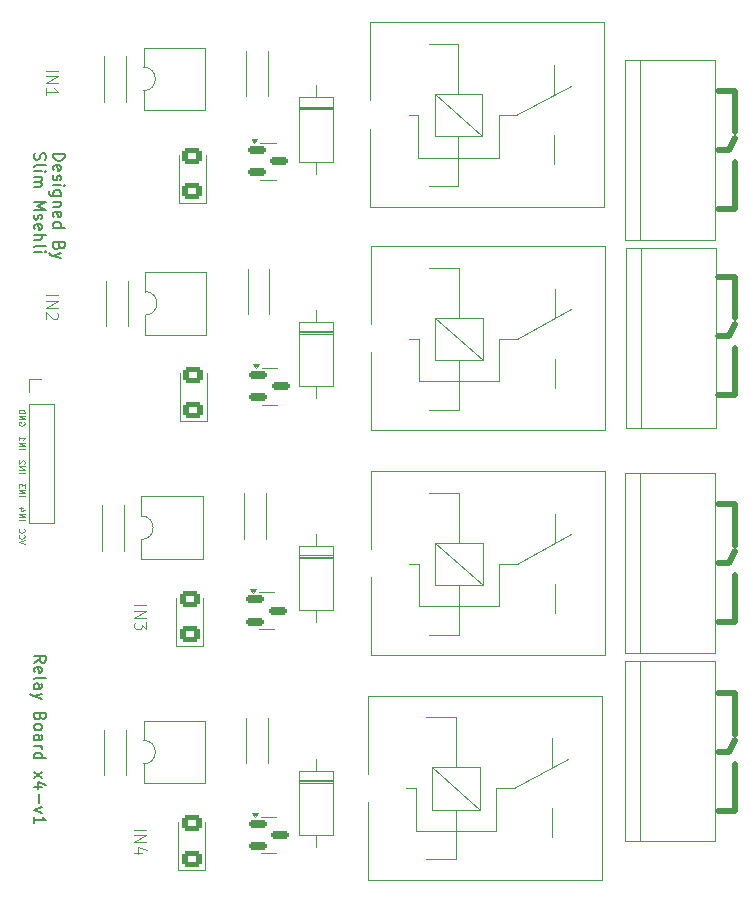
<source format=gto>
G04 #@! TF.GenerationSoftware,KiCad,Pcbnew,8.0.6*
G04 #@! TF.CreationDate,2025-05-08T21:35:26+02:00*
G04 #@! TF.ProjectId,Relay_board,52656c61-795f-4626-9f61-72642e6b6963,rev?*
G04 #@! TF.SameCoordinates,Original*
G04 #@! TF.FileFunction,Legend,Top*
G04 #@! TF.FilePolarity,Positive*
%FSLAX46Y46*%
G04 Gerber Fmt 4.6, Leading zero omitted, Abs format (unit mm)*
G04 Created by KiCad (PCBNEW 8.0.6) date 2025-05-08 21:35:26*
%MOMM*%
%LPD*%
G01*
G04 APERTURE LIST*
G04 Aperture macros list*
%AMRoundRect*
0 Rectangle with rounded corners*
0 $1 Rounding radius*
0 $2 $3 $4 $5 $6 $7 $8 $9 X,Y pos of 4 corners*
0 Add a 4 corners polygon primitive as box body*
4,1,4,$2,$3,$4,$5,$6,$7,$8,$9,$2,$3,0*
0 Add four circle primitives for the rounded corners*
1,1,$1+$1,$2,$3*
1,1,$1+$1,$4,$5*
1,1,$1+$1,$6,$7*
1,1,$1+$1,$8,$9*
0 Add four rect primitives between the rounded corners*
20,1,$1+$1,$2,$3,$4,$5,0*
20,1,$1+$1,$4,$5,$6,$7,0*
20,1,$1+$1,$6,$7,$8,$9,0*
20,1,$1+$1,$8,$9,$2,$3,0*%
G04 Aperture macros list end*
%ADD10C,0.500000*%
%ADD11C,0.100000*%
%ADD12C,0.150000*%
%ADD13C,0.120000*%
%ADD14C,1.400000*%
%ADD15O,1.400000X1.400000*%
%ADD16RoundRect,0.250001X0.624999X-0.462499X0.624999X0.462499X-0.624999X0.462499X-0.624999X-0.462499X0*%
%ADD17R,3.000000X3.000000*%
%ADD18C,3.000000*%
%ADD19RoundRect,0.150000X-0.587500X-0.150000X0.587500X-0.150000X0.587500X0.150000X-0.587500X0.150000X0*%
%ADD20R,1.600000X1.600000*%
%ADD21O,1.600000X1.600000*%
%ADD22C,2.500000*%
%ADD23R,2.200000X2.200000*%
%ADD24O,2.200000X2.200000*%
%ADD25R,1.350000X1.350000*%
%ADD26O,1.350000X1.350000*%
G04 APERTURE END LIST*
D10*
X164000000Y-71000000D02*
X165500000Y-71000000D01*
X165500000Y-112000000D02*
X165500000Y-115500000D01*
X165500000Y-71000000D02*
X165500000Y-67000000D01*
X164000000Y-61000000D02*
X165500000Y-61000000D01*
X165000000Y-101000000D02*
X165500000Y-100000000D01*
X164000000Y-81750000D02*
X165000000Y-81750000D01*
X165000000Y-66000000D02*
X165500000Y-65000000D01*
X164000000Y-101000000D02*
X165000000Y-101000000D01*
X164000000Y-86750000D02*
X165500000Y-86750000D01*
X165500000Y-106000000D02*
X165500000Y-102000000D01*
X164000000Y-96000000D02*
X165500000Y-96000000D01*
X164000000Y-76750000D02*
X165500000Y-76750000D01*
X164000000Y-112000000D02*
X165500000Y-112000000D01*
X165500000Y-96000000D02*
X165500000Y-99500000D01*
X165000000Y-117000000D02*
X165500000Y-116000000D01*
X165500000Y-61000000D02*
X165500000Y-64500000D01*
X164000000Y-106000000D02*
X165500000Y-106000000D01*
X165500000Y-86750000D02*
X165500000Y-82750000D01*
X164000000Y-122000000D02*
X165500000Y-122000000D01*
X164000000Y-117000000D02*
X165000000Y-117000000D01*
X165500000Y-76750000D02*
X165500000Y-80250000D01*
X165000000Y-81750000D02*
X165500000Y-80750000D01*
X164000000Y-66000000D02*
X165000000Y-66000000D01*
X165500000Y-122000000D02*
X165500000Y-118000000D01*
D11*
X104816390Y-97315163D02*
X105316390Y-97315163D01*
X104816390Y-97077068D02*
X105316390Y-97077068D01*
X105316390Y-97077068D02*
X104816390Y-96791354D01*
X104816390Y-96791354D02*
X105316390Y-96791354D01*
X105149723Y-96338972D02*
X104816390Y-96338972D01*
X105340200Y-96458020D02*
X104983057Y-96577067D01*
X104983057Y-96577067D02*
X104983057Y-96267544D01*
X104816390Y-93315163D02*
X105316390Y-93315163D01*
X104816390Y-93077068D02*
X105316390Y-93077068D01*
X105316390Y-93077068D02*
X104816390Y-92791354D01*
X104816390Y-92791354D02*
X105316390Y-92791354D01*
X105268771Y-92577067D02*
X105292580Y-92553258D01*
X105292580Y-92553258D02*
X105316390Y-92505639D01*
X105316390Y-92505639D02*
X105316390Y-92386591D01*
X105316390Y-92386591D02*
X105292580Y-92338972D01*
X105292580Y-92338972D02*
X105268771Y-92315163D01*
X105268771Y-92315163D02*
X105221152Y-92291353D01*
X105221152Y-92291353D02*
X105173533Y-92291353D01*
X105173533Y-92291353D02*
X105102104Y-92315163D01*
X105102104Y-92315163D02*
X104816390Y-92600877D01*
X104816390Y-92600877D02*
X104816390Y-92291353D01*
D12*
X106130180Y-109408207D02*
X106606371Y-109074874D01*
X106130180Y-108836779D02*
X107130180Y-108836779D01*
X107130180Y-108836779D02*
X107130180Y-109217731D01*
X107130180Y-109217731D02*
X107082561Y-109312969D01*
X107082561Y-109312969D02*
X107034942Y-109360588D01*
X107034942Y-109360588D02*
X106939704Y-109408207D01*
X106939704Y-109408207D02*
X106796847Y-109408207D01*
X106796847Y-109408207D02*
X106701609Y-109360588D01*
X106701609Y-109360588D02*
X106653990Y-109312969D01*
X106653990Y-109312969D02*
X106606371Y-109217731D01*
X106606371Y-109217731D02*
X106606371Y-108836779D01*
X106177800Y-110217731D02*
X106130180Y-110122493D01*
X106130180Y-110122493D02*
X106130180Y-109932017D01*
X106130180Y-109932017D02*
X106177800Y-109836779D01*
X106177800Y-109836779D02*
X106273038Y-109789160D01*
X106273038Y-109789160D02*
X106653990Y-109789160D01*
X106653990Y-109789160D02*
X106749228Y-109836779D01*
X106749228Y-109836779D02*
X106796847Y-109932017D01*
X106796847Y-109932017D02*
X106796847Y-110122493D01*
X106796847Y-110122493D02*
X106749228Y-110217731D01*
X106749228Y-110217731D02*
X106653990Y-110265350D01*
X106653990Y-110265350D02*
X106558752Y-110265350D01*
X106558752Y-110265350D02*
X106463514Y-109789160D01*
X106130180Y-110836779D02*
X106177800Y-110741541D01*
X106177800Y-110741541D02*
X106273038Y-110693922D01*
X106273038Y-110693922D02*
X107130180Y-110693922D01*
X106130180Y-111646303D02*
X106653990Y-111646303D01*
X106653990Y-111646303D02*
X106749228Y-111598684D01*
X106749228Y-111598684D02*
X106796847Y-111503446D01*
X106796847Y-111503446D02*
X106796847Y-111312970D01*
X106796847Y-111312970D02*
X106749228Y-111217732D01*
X106177800Y-111646303D02*
X106130180Y-111551065D01*
X106130180Y-111551065D02*
X106130180Y-111312970D01*
X106130180Y-111312970D02*
X106177800Y-111217732D01*
X106177800Y-111217732D02*
X106273038Y-111170113D01*
X106273038Y-111170113D02*
X106368276Y-111170113D01*
X106368276Y-111170113D02*
X106463514Y-111217732D01*
X106463514Y-111217732D02*
X106511133Y-111312970D01*
X106511133Y-111312970D02*
X106511133Y-111551065D01*
X106511133Y-111551065D02*
X106558752Y-111646303D01*
X106796847Y-112027256D02*
X106130180Y-112265351D01*
X106796847Y-112503446D02*
X106130180Y-112265351D01*
X106130180Y-112265351D02*
X105892085Y-112170113D01*
X105892085Y-112170113D02*
X105844466Y-112122494D01*
X105844466Y-112122494D02*
X105796847Y-112027256D01*
X106653990Y-113979637D02*
X106606371Y-114122494D01*
X106606371Y-114122494D02*
X106558752Y-114170113D01*
X106558752Y-114170113D02*
X106463514Y-114217732D01*
X106463514Y-114217732D02*
X106320657Y-114217732D01*
X106320657Y-114217732D02*
X106225419Y-114170113D01*
X106225419Y-114170113D02*
X106177800Y-114122494D01*
X106177800Y-114122494D02*
X106130180Y-114027256D01*
X106130180Y-114027256D02*
X106130180Y-113646304D01*
X106130180Y-113646304D02*
X107130180Y-113646304D01*
X107130180Y-113646304D02*
X107130180Y-113979637D01*
X107130180Y-113979637D02*
X107082561Y-114074875D01*
X107082561Y-114074875D02*
X107034942Y-114122494D01*
X107034942Y-114122494D02*
X106939704Y-114170113D01*
X106939704Y-114170113D02*
X106844466Y-114170113D01*
X106844466Y-114170113D02*
X106749228Y-114122494D01*
X106749228Y-114122494D02*
X106701609Y-114074875D01*
X106701609Y-114074875D02*
X106653990Y-113979637D01*
X106653990Y-113979637D02*
X106653990Y-113646304D01*
X106130180Y-114789161D02*
X106177800Y-114693923D01*
X106177800Y-114693923D02*
X106225419Y-114646304D01*
X106225419Y-114646304D02*
X106320657Y-114598685D01*
X106320657Y-114598685D02*
X106606371Y-114598685D01*
X106606371Y-114598685D02*
X106701609Y-114646304D01*
X106701609Y-114646304D02*
X106749228Y-114693923D01*
X106749228Y-114693923D02*
X106796847Y-114789161D01*
X106796847Y-114789161D02*
X106796847Y-114932018D01*
X106796847Y-114932018D02*
X106749228Y-115027256D01*
X106749228Y-115027256D02*
X106701609Y-115074875D01*
X106701609Y-115074875D02*
X106606371Y-115122494D01*
X106606371Y-115122494D02*
X106320657Y-115122494D01*
X106320657Y-115122494D02*
X106225419Y-115074875D01*
X106225419Y-115074875D02*
X106177800Y-115027256D01*
X106177800Y-115027256D02*
X106130180Y-114932018D01*
X106130180Y-114932018D02*
X106130180Y-114789161D01*
X106130180Y-115979637D02*
X106653990Y-115979637D01*
X106653990Y-115979637D02*
X106749228Y-115932018D01*
X106749228Y-115932018D02*
X106796847Y-115836780D01*
X106796847Y-115836780D02*
X106796847Y-115646304D01*
X106796847Y-115646304D02*
X106749228Y-115551066D01*
X106177800Y-115979637D02*
X106130180Y-115884399D01*
X106130180Y-115884399D02*
X106130180Y-115646304D01*
X106130180Y-115646304D02*
X106177800Y-115551066D01*
X106177800Y-115551066D02*
X106273038Y-115503447D01*
X106273038Y-115503447D02*
X106368276Y-115503447D01*
X106368276Y-115503447D02*
X106463514Y-115551066D01*
X106463514Y-115551066D02*
X106511133Y-115646304D01*
X106511133Y-115646304D02*
X106511133Y-115884399D01*
X106511133Y-115884399D02*
X106558752Y-115979637D01*
X106130180Y-116455828D02*
X106796847Y-116455828D01*
X106606371Y-116455828D02*
X106701609Y-116503447D01*
X106701609Y-116503447D02*
X106749228Y-116551066D01*
X106749228Y-116551066D02*
X106796847Y-116646304D01*
X106796847Y-116646304D02*
X106796847Y-116741542D01*
X106130180Y-117503447D02*
X107130180Y-117503447D01*
X106177800Y-117503447D02*
X106130180Y-117408209D01*
X106130180Y-117408209D02*
X106130180Y-117217733D01*
X106130180Y-117217733D02*
X106177800Y-117122495D01*
X106177800Y-117122495D02*
X106225419Y-117074876D01*
X106225419Y-117074876D02*
X106320657Y-117027257D01*
X106320657Y-117027257D02*
X106606371Y-117027257D01*
X106606371Y-117027257D02*
X106701609Y-117074876D01*
X106701609Y-117074876D02*
X106749228Y-117122495D01*
X106749228Y-117122495D02*
X106796847Y-117217733D01*
X106796847Y-117217733D02*
X106796847Y-117408209D01*
X106796847Y-117408209D02*
X106749228Y-117503447D01*
X106130180Y-118646305D02*
X106796847Y-119170114D01*
X106796847Y-118646305D02*
X106130180Y-119170114D01*
X106796847Y-119979638D02*
X106130180Y-119979638D01*
X107177800Y-119741543D02*
X106463514Y-119503448D01*
X106463514Y-119503448D02*
X106463514Y-120122495D01*
X106511133Y-120503448D02*
X106511133Y-121265353D01*
X106796847Y-121646305D02*
X106130180Y-121884400D01*
X106130180Y-121884400D02*
X106796847Y-122122495D01*
X106130180Y-123027257D02*
X106130180Y-122455829D01*
X106130180Y-122741543D02*
X107130180Y-122741543D01*
X107130180Y-122741543D02*
X106987323Y-122646305D01*
X106987323Y-122646305D02*
X106892085Y-122551067D01*
X106892085Y-122551067D02*
X106844466Y-122455829D01*
D11*
X104816390Y-91315163D02*
X105316390Y-91315163D01*
X104816390Y-91077068D02*
X105316390Y-91077068D01*
X105316390Y-91077068D02*
X104816390Y-90791354D01*
X104816390Y-90791354D02*
X105316390Y-90791354D01*
X104816390Y-90291353D02*
X104816390Y-90577067D01*
X104816390Y-90434210D02*
X105316390Y-90434210D01*
X105316390Y-90434210D02*
X105244961Y-90481829D01*
X105244961Y-90481829D02*
X105197342Y-90529448D01*
X105197342Y-90529448D02*
X105173533Y-90577067D01*
X105316390Y-99386591D02*
X104816390Y-99219925D01*
X104816390Y-99219925D02*
X105316390Y-99053258D01*
X104864009Y-98600878D02*
X104840200Y-98624687D01*
X104840200Y-98624687D02*
X104816390Y-98696116D01*
X104816390Y-98696116D02*
X104816390Y-98743735D01*
X104816390Y-98743735D02*
X104840200Y-98815163D01*
X104840200Y-98815163D02*
X104887819Y-98862782D01*
X104887819Y-98862782D02*
X104935438Y-98886592D01*
X104935438Y-98886592D02*
X105030676Y-98910401D01*
X105030676Y-98910401D02*
X105102104Y-98910401D01*
X105102104Y-98910401D02*
X105197342Y-98886592D01*
X105197342Y-98886592D02*
X105244961Y-98862782D01*
X105244961Y-98862782D02*
X105292580Y-98815163D01*
X105292580Y-98815163D02*
X105316390Y-98743735D01*
X105316390Y-98743735D02*
X105316390Y-98696116D01*
X105316390Y-98696116D02*
X105292580Y-98624687D01*
X105292580Y-98624687D02*
X105268771Y-98600878D01*
X104864009Y-98100878D02*
X104840200Y-98124687D01*
X104840200Y-98124687D02*
X104816390Y-98196116D01*
X104816390Y-98196116D02*
X104816390Y-98243735D01*
X104816390Y-98243735D02*
X104840200Y-98315163D01*
X104840200Y-98315163D02*
X104887819Y-98362782D01*
X104887819Y-98362782D02*
X104935438Y-98386592D01*
X104935438Y-98386592D02*
X105030676Y-98410401D01*
X105030676Y-98410401D02*
X105102104Y-98410401D01*
X105102104Y-98410401D02*
X105197342Y-98386592D01*
X105197342Y-98386592D02*
X105244961Y-98362782D01*
X105244961Y-98362782D02*
X105292580Y-98315163D01*
X105292580Y-98315163D02*
X105316390Y-98243735D01*
X105316390Y-98243735D02*
X105316390Y-98196116D01*
X105316390Y-98196116D02*
X105292580Y-98124687D01*
X105292580Y-98124687D02*
X105268771Y-98100878D01*
X107127580Y-59303884D02*
X108127580Y-59303884D01*
X107127580Y-59780074D02*
X108127580Y-59780074D01*
X108127580Y-59780074D02*
X107127580Y-60351502D01*
X107127580Y-60351502D02*
X108127580Y-60351502D01*
X107127580Y-61351502D02*
X107127580Y-60780074D01*
X107127580Y-61065788D02*
X108127580Y-61065788D01*
X108127580Y-61065788D02*
X107984723Y-60970550D01*
X107984723Y-60970550D02*
X107889485Y-60875312D01*
X107889485Y-60875312D02*
X107841866Y-60780074D01*
D12*
X107740124Y-66336779D02*
X108740124Y-66336779D01*
X108740124Y-66336779D02*
X108740124Y-66574874D01*
X108740124Y-66574874D02*
X108692505Y-66717731D01*
X108692505Y-66717731D02*
X108597267Y-66812969D01*
X108597267Y-66812969D02*
X108502029Y-66860588D01*
X108502029Y-66860588D02*
X108311553Y-66908207D01*
X108311553Y-66908207D02*
X108168696Y-66908207D01*
X108168696Y-66908207D02*
X107978220Y-66860588D01*
X107978220Y-66860588D02*
X107882982Y-66812969D01*
X107882982Y-66812969D02*
X107787744Y-66717731D01*
X107787744Y-66717731D02*
X107740124Y-66574874D01*
X107740124Y-66574874D02*
X107740124Y-66336779D01*
X107787744Y-67717731D02*
X107740124Y-67622493D01*
X107740124Y-67622493D02*
X107740124Y-67432017D01*
X107740124Y-67432017D02*
X107787744Y-67336779D01*
X107787744Y-67336779D02*
X107882982Y-67289160D01*
X107882982Y-67289160D02*
X108263934Y-67289160D01*
X108263934Y-67289160D02*
X108359172Y-67336779D01*
X108359172Y-67336779D02*
X108406791Y-67432017D01*
X108406791Y-67432017D02*
X108406791Y-67622493D01*
X108406791Y-67622493D02*
X108359172Y-67717731D01*
X108359172Y-67717731D02*
X108263934Y-67765350D01*
X108263934Y-67765350D02*
X108168696Y-67765350D01*
X108168696Y-67765350D02*
X108073458Y-67289160D01*
X107787744Y-68146303D02*
X107740124Y-68241541D01*
X107740124Y-68241541D02*
X107740124Y-68432017D01*
X107740124Y-68432017D02*
X107787744Y-68527255D01*
X107787744Y-68527255D02*
X107882982Y-68574874D01*
X107882982Y-68574874D02*
X107930601Y-68574874D01*
X107930601Y-68574874D02*
X108025839Y-68527255D01*
X108025839Y-68527255D02*
X108073458Y-68432017D01*
X108073458Y-68432017D02*
X108073458Y-68289160D01*
X108073458Y-68289160D02*
X108121077Y-68193922D01*
X108121077Y-68193922D02*
X108216315Y-68146303D01*
X108216315Y-68146303D02*
X108263934Y-68146303D01*
X108263934Y-68146303D02*
X108359172Y-68193922D01*
X108359172Y-68193922D02*
X108406791Y-68289160D01*
X108406791Y-68289160D02*
X108406791Y-68432017D01*
X108406791Y-68432017D02*
X108359172Y-68527255D01*
X107740124Y-69003446D02*
X108406791Y-69003446D01*
X108740124Y-69003446D02*
X108692505Y-68955827D01*
X108692505Y-68955827D02*
X108644886Y-69003446D01*
X108644886Y-69003446D02*
X108692505Y-69051065D01*
X108692505Y-69051065D02*
X108740124Y-69003446D01*
X108740124Y-69003446D02*
X108644886Y-69003446D01*
X108406791Y-69908207D02*
X107597267Y-69908207D01*
X107597267Y-69908207D02*
X107502029Y-69860588D01*
X107502029Y-69860588D02*
X107454410Y-69812969D01*
X107454410Y-69812969D02*
X107406791Y-69717731D01*
X107406791Y-69717731D02*
X107406791Y-69574874D01*
X107406791Y-69574874D02*
X107454410Y-69479636D01*
X107787744Y-69908207D02*
X107740124Y-69812969D01*
X107740124Y-69812969D02*
X107740124Y-69622493D01*
X107740124Y-69622493D02*
X107787744Y-69527255D01*
X107787744Y-69527255D02*
X107835363Y-69479636D01*
X107835363Y-69479636D02*
X107930601Y-69432017D01*
X107930601Y-69432017D02*
X108216315Y-69432017D01*
X108216315Y-69432017D02*
X108311553Y-69479636D01*
X108311553Y-69479636D02*
X108359172Y-69527255D01*
X108359172Y-69527255D02*
X108406791Y-69622493D01*
X108406791Y-69622493D02*
X108406791Y-69812969D01*
X108406791Y-69812969D02*
X108359172Y-69908207D01*
X108406791Y-70384398D02*
X107740124Y-70384398D01*
X108311553Y-70384398D02*
X108359172Y-70432017D01*
X108359172Y-70432017D02*
X108406791Y-70527255D01*
X108406791Y-70527255D02*
X108406791Y-70670112D01*
X108406791Y-70670112D02*
X108359172Y-70765350D01*
X108359172Y-70765350D02*
X108263934Y-70812969D01*
X108263934Y-70812969D02*
X107740124Y-70812969D01*
X107787744Y-71670112D02*
X107740124Y-71574874D01*
X107740124Y-71574874D02*
X107740124Y-71384398D01*
X107740124Y-71384398D02*
X107787744Y-71289160D01*
X107787744Y-71289160D02*
X107882982Y-71241541D01*
X107882982Y-71241541D02*
X108263934Y-71241541D01*
X108263934Y-71241541D02*
X108359172Y-71289160D01*
X108359172Y-71289160D02*
X108406791Y-71384398D01*
X108406791Y-71384398D02*
X108406791Y-71574874D01*
X108406791Y-71574874D02*
X108359172Y-71670112D01*
X108359172Y-71670112D02*
X108263934Y-71717731D01*
X108263934Y-71717731D02*
X108168696Y-71717731D01*
X108168696Y-71717731D02*
X108073458Y-71241541D01*
X107740124Y-72574874D02*
X108740124Y-72574874D01*
X107787744Y-72574874D02*
X107740124Y-72479636D01*
X107740124Y-72479636D02*
X107740124Y-72289160D01*
X107740124Y-72289160D02*
X107787744Y-72193922D01*
X107787744Y-72193922D02*
X107835363Y-72146303D01*
X107835363Y-72146303D02*
X107930601Y-72098684D01*
X107930601Y-72098684D02*
X108216315Y-72098684D01*
X108216315Y-72098684D02*
X108311553Y-72146303D01*
X108311553Y-72146303D02*
X108359172Y-72193922D01*
X108359172Y-72193922D02*
X108406791Y-72289160D01*
X108406791Y-72289160D02*
X108406791Y-72479636D01*
X108406791Y-72479636D02*
X108359172Y-72574874D01*
X108263934Y-74146303D02*
X108216315Y-74289160D01*
X108216315Y-74289160D02*
X108168696Y-74336779D01*
X108168696Y-74336779D02*
X108073458Y-74384398D01*
X108073458Y-74384398D02*
X107930601Y-74384398D01*
X107930601Y-74384398D02*
X107835363Y-74336779D01*
X107835363Y-74336779D02*
X107787744Y-74289160D01*
X107787744Y-74289160D02*
X107740124Y-74193922D01*
X107740124Y-74193922D02*
X107740124Y-73812970D01*
X107740124Y-73812970D02*
X108740124Y-73812970D01*
X108740124Y-73812970D02*
X108740124Y-74146303D01*
X108740124Y-74146303D02*
X108692505Y-74241541D01*
X108692505Y-74241541D02*
X108644886Y-74289160D01*
X108644886Y-74289160D02*
X108549648Y-74336779D01*
X108549648Y-74336779D02*
X108454410Y-74336779D01*
X108454410Y-74336779D02*
X108359172Y-74289160D01*
X108359172Y-74289160D02*
X108311553Y-74241541D01*
X108311553Y-74241541D02*
X108263934Y-74146303D01*
X108263934Y-74146303D02*
X108263934Y-73812970D01*
X108406791Y-74717732D02*
X107740124Y-74955827D01*
X108406791Y-75193922D02*
X107740124Y-74955827D01*
X107740124Y-74955827D02*
X107502029Y-74860589D01*
X107502029Y-74860589D02*
X107454410Y-74812970D01*
X107454410Y-74812970D02*
X107406791Y-74717732D01*
X106177800Y-66289160D02*
X106130180Y-66432017D01*
X106130180Y-66432017D02*
X106130180Y-66670112D01*
X106130180Y-66670112D02*
X106177800Y-66765350D01*
X106177800Y-66765350D02*
X106225419Y-66812969D01*
X106225419Y-66812969D02*
X106320657Y-66860588D01*
X106320657Y-66860588D02*
X106415895Y-66860588D01*
X106415895Y-66860588D02*
X106511133Y-66812969D01*
X106511133Y-66812969D02*
X106558752Y-66765350D01*
X106558752Y-66765350D02*
X106606371Y-66670112D01*
X106606371Y-66670112D02*
X106653990Y-66479636D01*
X106653990Y-66479636D02*
X106701609Y-66384398D01*
X106701609Y-66384398D02*
X106749228Y-66336779D01*
X106749228Y-66336779D02*
X106844466Y-66289160D01*
X106844466Y-66289160D02*
X106939704Y-66289160D01*
X106939704Y-66289160D02*
X107034942Y-66336779D01*
X107034942Y-66336779D02*
X107082561Y-66384398D01*
X107082561Y-66384398D02*
X107130180Y-66479636D01*
X107130180Y-66479636D02*
X107130180Y-66717731D01*
X107130180Y-66717731D02*
X107082561Y-66860588D01*
X106130180Y-67432017D02*
X106177800Y-67336779D01*
X106177800Y-67336779D02*
X106273038Y-67289160D01*
X106273038Y-67289160D02*
X107130180Y-67289160D01*
X106130180Y-67812970D02*
X106796847Y-67812970D01*
X107130180Y-67812970D02*
X107082561Y-67765351D01*
X107082561Y-67765351D02*
X107034942Y-67812970D01*
X107034942Y-67812970D02*
X107082561Y-67860589D01*
X107082561Y-67860589D02*
X107130180Y-67812970D01*
X107130180Y-67812970D02*
X107034942Y-67812970D01*
X106130180Y-68289160D02*
X106796847Y-68289160D01*
X106701609Y-68289160D02*
X106749228Y-68336779D01*
X106749228Y-68336779D02*
X106796847Y-68432017D01*
X106796847Y-68432017D02*
X106796847Y-68574874D01*
X106796847Y-68574874D02*
X106749228Y-68670112D01*
X106749228Y-68670112D02*
X106653990Y-68717731D01*
X106653990Y-68717731D02*
X106130180Y-68717731D01*
X106653990Y-68717731D02*
X106749228Y-68765350D01*
X106749228Y-68765350D02*
X106796847Y-68860588D01*
X106796847Y-68860588D02*
X106796847Y-69003445D01*
X106796847Y-69003445D02*
X106749228Y-69098684D01*
X106749228Y-69098684D02*
X106653990Y-69146303D01*
X106653990Y-69146303D02*
X106130180Y-69146303D01*
X106130180Y-70384398D02*
X107130180Y-70384398D01*
X107130180Y-70384398D02*
X106415895Y-70717731D01*
X106415895Y-70717731D02*
X107130180Y-71051064D01*
X107130180Y-71051064D02*
X106130180Y-71051064D01*
X106177800Y-71479636D02*
X106130180Y-71574874D01*
X106130180Y-71574874D02*
X106130180Y-71765350D01*
X106130180Y-71765350D02*
X106177800Y-71860588D01*
X106177800Y-71860588D02*
X106273038Y-71908207D01*
X106273038Y-71908207D02*
X106320657Y-71908207D01*
X106320657Y-71908207D02*
X106415895Y-71860588D01*
X106415895Y-71860588D02*
X106463514Y-71765350D01*
X106463514Y-71765350D02*
X106463514Y-71622493D01*
X106463514Y-71622493D02*
X106511133Y-71527255D01*
X106511133Y-71527255D02*
X106606371Y-71479636D01*
X106606371Y-71479636D02*
X106653990Y-71479636D01*
X106653990Y-71479636D02*
X106749228Y-71527255D01*
X106749228Y-71527255D02*
X106796847Y-71622493D01*
X106796847Y-71622493D02*
X106796847Y-71765350D01*
X106796847Y-71765350D02*
X106749228Y-71860588D01*
X106177800Y-72717731D02*
X106130180Y-72622493D01*
X106130180Y-72622493D02*
X106130180Y-72432017D01*
X106130180Y-72432017D02*
X106177800Y-72336779D01*
X106177800Y-72336779D02*
X106273038Y-72289160D01*
X106273038Y-72289160D02*
X106653990Y-72289160D01*
X106653990Y-72289160D02*
X106749228Y-72336779D01*
X106749228Y-72336779D02*
X106796847Y-72432017D01*
X106796847Y-72432017D02*
X106796847Y-72622493D01*
X106796847Y-72622493D02*
X106749228Y-72717731D01*
X106749228Y-72717731D02*
X106653990Y-72765350D01*
X106653990Y-72765350D02*
X106558752Y-72765350D01*
X106558752Y-72765350D02*
X106463514Y-72289160D01*
X106130180Y-73193922D02*
X107130180Y-73193922D01*
X106130180Y-73622493D02*
X106653990Y-73622493D01*
X106653990Y-73622493D02*
X106749228Y-73574874D01*
X106749228Y-73574874D02*
X106796847Y-73479636D01*
X106796847Y-73479636D02*
X106796847Y-73336779D01*
X106796847Y-73336779D02*
X106749228Y-73241541D01*
X106749228Y-73241541D02*
X106701609Y-73193922D01*
X106130180Y-74241541D02*
X106177800Y-74146303D01*
X106177800Y-74146303D02*
X106273038Y-74098684D01*
X106273038Y-74098684D02*
X107130180Y-74098684D01*
X106130180Y-74622494D02*
X106796847Y-74622494D01*
X107130180Y-74622494D02*
X107082561Y-74574875D01*
X107082561Y-74574875D02*
X107034942Y-74622494D01*
X107034942Y-74622494D02*
X107082561Y-74670113D01*
X107082561Y-74670113D02*
X107130180Y-74622494D01*
X107130180Y-74622494D02*
X107034942Y-74622494D01*
D11*
X114627580Y-104553884D02*
X115627580Y-104553884D01*
X114627580Y-105030074D02*
X115627580Y-105030074D01*
X115627580Y-105030074D02*
X114627580Y-105601502D01*
X114627580Y-105601502D02*
X115627580Y-105601502D01*
X115627580Y-105982455D02*
X115627580Y-106601502D01*
X115627580Y-106601502D02*
X115246628Y-106268169D01*
X115246628Y-106268169D02*
X115246628Y-106411026D01*
X115246628Y-106411026D02*
X115199009Y-106506264D01*
X115199009Y-106506264D02*
X115151390Y-106553883D01*
X115151390Y-106553883D02*
X115056152Y-106601502D01*
X115056152Y-106601502D02*
X114818057Y-106601502D01*
X114818057Y-106601502D02*
X114722819Y-106553883D01*
X114722819Y-106553883D02*
X114675200Y-106506264D01*
X114675200Y-106506264D02*
X114627580Y-106411026D01*
X114627580Y-106411026D02*
X114627580Y-106125312D01*
X114627580Y-106125312D02*
X114675200Y-106030074D01*
X114675200Y-106030074D02*
X114722819Y-105982455D01*
X107127580Y-78303884D02*
X108127580Y-78303884D01*
X107127580Y-78780074D02*
X108127580Y-78780074D01*
X108127580Y-78780074D02*
X107127580Y-79351502D01*
X107127580Y-79351502D02*
X108127580Y-79351502D01*
X108032342Y-79780074D02*
X108079961Y-79827693D01*
X108079961Y-79827693D02*
X108127580Y-79922931D01*
X108127580Y-79922931D02*
X108127580Y-80161026D01*
X108127580Y-80161026D02*
X108079961Y-80256264D01*
X108079961Y-80256264D02*
X108032342Y-80303883D01*
X108032342Y-80303883D02*
X107937104Y-80351502D01*
X107937104Y-80351502D02*
X107841866Y-80351502D01*
X107841866Y-80351502D02*
X107699009Y-80303883D01*
X107699009Y-80303883D02*
X107127580Y-79732455D01*
X107127580Y-79732455D02*
X107127580Y-80351502D01*
X105292580Y-89053258D02*
X105316390Y-89100877D01*
X105316390Y-89100877D02*
X105316390Y-89172306D01*
X105316390Y-89172306D02*
X105292580Y-89243734D01*
X105292580Y-89243734D02*
X105244961Y-89291353D01*
X105244961Y-89291353D02*
X105197342Y-89315163D01*
X105197342Y-89315163D02*
X105102104Y-89338972D01*
X105102104Y-89338972D02*
X105030676Y-89338972D01*
X105030676Y-89338972D02*
X104935438Y-89315163D01*
X104935438Y-89315163D02*
X104887819Y-89291353D01*
X104887819Y-89291353D02*
X104840200Y-89243734D01*
X104840200Y-89243734D02*
X104816390Y-89172306D01*
X104816390Y-89172306D02*
X104816390Y-89124687D01*
X104816390Y-89124687D02*
X104840200Y-89053258D01*
X104840200Y-89053258D02*
X104864009Y-89029449D01*
X104864009Y-89029449D02*
X105030676Y-89029449D01*
X105030676Y-89029449D02*
X105030676Y-89124687D01*
X104816390Y-88815163D02*
X105316390Y-88815163D01*
X105316390Y-88815163D02*
X104816390Y-88529449D01*
X104816390Y-88529449D02*
X105316390Y-88529449D01*
X104816390Y-88291353D02*
X105316390Y-88291353D01*
X105316390Y-88291353D02*
X105316390Y-88172305D01*
X105316390Y-88172305D02*
X105292580Y-88100877D01*
X105292580Y-88100877D02*
X105244961Y-88053258D01*
X105244961Y-88053258D02*
X105197342Y-88029448D01*
X105197342Y-88029448D02*
X105102104Y-88005639D01*
X105102104Y-88005639D02*
X105030676Y-88005639D01*
X105030676Y-88005639D02*
X104935438Y-88029448D01*
X104935438Y-88029448D02*
X104887819Y-88053258D01*
X104887819Y-88053258D02*
X104840200Y-88100877D01*
X104840200Y-88100877D02*
X104816390Y-88172305D01*
X104816390Y-88172305D02*
X104816390Y-88291353D01*
X104816390Y-95315163D02*
X105316390Y-95315163D01*
X104816390Y-95077068D02*
X105316390Y-95077068D01*
X105316390Y-95077068D02*
X104816390Y-94791354D01*
X104816390Y-94791354D02*
X105316390Y-94791354D01*
X105316390Y-94600877D02*
X105316390Y-94291353D01*
X105316390Y-94291353D02*
X105125914Y-94458020D01*
X105125914Y-94458020D02*
X105125914Y-94386591D01*
X105125914Y-94386591D02*
X105102104Y-94338972D01*
X105102104Y-94338972D02*
X105078295Y-94315163D01*
X105078295Y-94315163D02*
X105030676Y-94291353D01*
X105030676Y-94291353D02*
X104911628Y-94291353D01*
X104911628Y-94291353D02*
X104864009Y-94315163D01*
X104864009Y-94315163D02*
X104840200Y-94338972D01*
X104840200Y-94338972D02*
X104816390Y-94386591D01*
X104816390Y-94386591D02*
X104816390Y-94529448D01*
X104816390Y-94529448D02*
X104840200Y-94577067D01*
X104840200Y-94577067D02*
X104864009Y-94600877D01*
X114627580Y-123553884D02*
X115627580Y-123553884D01*
X114627580Y-124030074D02*
X115627580Y-124030074D01*
X115627580Y-124030074D02*
X114627580Y-124601502D01*
X114627580Y-124601502D02*
X115627580Y-124601502D01*
X115294247Y-125506264D02*
X114627580Y-125506264D01*
X115675200Y-125268169D02*
X114960914Y-125030074D01*
X114960914Y-125030074D02*
X114960914Y-125649121D01*
D13*
X124205000Y-76080000D02*
X124205000Y-79920000D01*
X126045000Y-76080000D02*
X126045000Y-79920000D01*
X118477500Y-84912500D02*
X118477500Y-88972500D01*
X118477500Y-88972500D02*
X120747500Y-88972500D01*
X120747500Y-88972500D02*
X120747500Y-84912500D01*
X118352500Y-122912500D02*
X118352500Y-126972500D01*
X118352500Y-126972500D02*
X120622500Y-126972500D01*
X120622500Y-126972500D02*
X120622500Y-122912500D01*
X156240000Y-74330000D02*
X156240000Y-89570000D01*
X156240000Y-74330000D02*
X163860000Y-74330000D01*
X156240000Y-89570000D02*
X163860000Y-89570000D01*
X157510000Y-74330000D02*
X157510000Y-89570000D01*
X163860000Y-74330000D02*
X163860000Y-89570000D01*
X126062500Y-84440000D02*
X125412500Y-84440000D01*
X126062500Y-84440000D02*
X126712500Y-84440000D01*
X126062500Y-87560000D02*
X125412500Y-87560000D01*
X126062500Y-87560000D02*
X126712500Y-87560000D01*
X124900000Y-84490000D02*
X124660000Y-84160000D01*
X125140000Y-84160000D01*
X124900000Y-84490000D01*
G36*
X124900000Y-84490000D02*
G01*
X124660000Y-84160000D01*
X125140000Y-84160000D01*
X124900000Y-84490000D01*
G37*
X123890000Y-95080000D02*
X123890000Y-98920000D01*
X125730000Y-95080000D02*
X125730000Y-98920000D01*
X115395000Y-114340000D02*
X115395000Y-115990000D01*
X115395000Y-117990000D02*
X115395000Y-119640000D01*
X115395000Y-119640000D02*
X120595000Y-119640000D01*
X120595000Y-114340000D02*
X115395000Y-114340000D01*
X120595000Y-119640000D02*
X120595000Y-114340000D01*
X115395000Y-115990000D02*
G75*
G02*
X115395000Y-117990000I0J-1000000D01*
G01*
X156190000Y-58380000D02*
X156190000Y-73620000D01*
X156190000Y-58380000D02*
X163810000Y-58380000D01*
X156190000Y-73620000D02*
X163810000Y-73620000D01*
X157460000Y-58380000D02*
X157460000Y-73620000D01*
X163810000Y-58380000D02*
X163810000Y-73620000D01*
X134650000Y-93200000D02*
X134650000Y-99800000D01*
X134650000Y-93200000D02*
X154450000Y-93200000D01*
X134650000Y-102200000D02*
X134650000Y-108800000D01*
X138700000Y-101050000D02*
X137900000Y-101050000D01*
X138700000Y-101050000D02*
X138700000Y-104650000D01*
X139600000Y-107050000D02*
X142100000Y-107050000D01*
X140100000Y-99250000D02*
X144100000Y-99250000D01*
X140100000Y-102850000D02*
X140100000Y-99250000D01*
X142100000Y-95050000D02*
X139600000Y-95050000D01*
X142100000Y-95050000D02*
X142100000Y-99250000D01*
X142100000Y-102850000D02*
X142100000Y-107050000D01*
X144100000Y-99250000D02*
X144100000Y-102850000D01*
X144100000Y-102850000D02*
X140100000Y-99250000D01*
X144100000Y-102850000D02*
X140100000Y-102850000D01*
X145500000Y-101050000D02*
X145500000Y-104650000D01*
X145500000Y-101050000D02*
X147000000Y-101050000D01*
X145500000Y-104650000D02*
X138700000Y-104650000D01*
X147000000Y-101050000D02*
X151600000Y-98550000D01*
X150200000Y-96800000D02*
X150200000Y-99300000D01*
X150200000Y-105200000D02*
X150200000Y-102750000D01*
X154450000Y-93200000D02*
X154450000Y-108800000D01*
X154450000Y-108800000D02*
X134650000Y-108800000D01*
X156190000Y-109300000D02*
X156190000Y-124540000D01*
X156190000Y-109300000D02*
X163810000Y-109300000D01*
X156190000Y-124540000D02*
X163810000Y-124540000D01*
X157460000Y-109300000D02*
X157460000Y-124540000D01*
X163810000Y-109300000D02*
X163810000Y-124540000D01*
X156190000Y-93380000D02*
X156190000Y-108620000D01*
X156190000Y-93380000D02*
X163810000Y-93380000D01*
X156190000Y-108620000D02*
X163810000Y-108620000D01*
X157460000Y-93380000D02*
X157460000Y-108620000D01*
X163810000Y-93380000D02*
X163810000Y-108620000D01*
X126000000Y-122440000D02*
X125350000Y-122440000D01*
X126000000Y-122440000D02*
X126650000Y-122440000D01*
X126000000Y-125560000D02*
X125350000Y-125560000D01*
X126000000Y-125560000D02*
X126650000Y-125560000D01*
X124837500Y-122490000D02*
X124597500Y-122160000D01*
X125077500Y-122160000D01*
X124837500Y-122490000D01*
G36*
X124837500Y-122490000D02*
G01*
X124597500Y-122160000D01*
X125077500Y-122160000D01*
X124837500Y-122490000D01*
G37*
X128530000Y-80550000D02*
X128530000Y-85990000D01*
X128530000Y-85990000D02*
X131470000Y-85990000D01*
X130000000Y-79530000D02*
X130000000Y-80550000D01*
X130000000Y-87010000D02*
X130000000Y-85990000D01*
X131470000Y-80550000D02*
X128530000Y-80550000D01*
X131470000Y-81330000D02*
X128530000Y-81330000D01*
X131470000Y-81450000D02*
X128530000Y-81450000D01*
X131470000Y-81570000D02*
X128530000Y-81570000D01*
X131470000Y-85990000D02*
X131470000Y-80550000D01*
X128530000Y-118550000D02*
X128530000Y-123990000D01*
X128530000Y-123990000D02*
X131470000Y-123990000D01*
X130000000Y-117530000D02*
X130000000Y-118550000D01*
X130000000Y-125010000D02*
X130000000Y-123990000D01*
X131470000Y-118550000D02*
X128530000Y-118550000D01*
X131470000Y-119330000D02*
X128530000Y-119330000D01*
X131470000Y-119450000D02*
X128530000Y-119450000D01*
X131470000Y-119570000D02*
X128530000Y-119570000D01*
X131470000Y-123990000D02*
X131470000Y-118550000D01*
X124080000Y-114080000D02*
X124080000Y-117920000D01*
X125920000Y-114080000D02*
X125920000Y-117920000D01*
X112080000Y-61920000D02*
X112080000Y-58080000D01*
X113920000Y-61920000D02*
X113920000Y-58080000D01*
X118162500Y-103912500D02*
X118162500Y-107972500D01*
X118162500Y-107972500D02*
X120432500Y-107972500D01*
X120432500Y-107972500D02*
X120432500Y-103912500D01*
X124080000Y-57620000D02*
X124080000Y-61460000D01*
X125920000Y-57620000D02*
X125920000Y-61460000D01*
X111890000Y-96080000D02*
X111890000Y-99920000D01*
X113730000Y-96080000D02*
X113730000Y-99920000D01*
X134600000Y-55200000D02*
X134600000Y-61800000D01*
X134600000Y-55200000D02*
X154400000Y-55200000D01*
X134600000Y-64200000D02*
X134600000Y-70800000D01*
X138650000Y-63050000D02*
X137850000Y-63050000D01*
X138650000Y-63050000D02*
X138650000Y-66650000D01*
X139550000Y-69050000D02*
X142050000Y-69050000D01*
X140050000Y-61250000D02*
X144050000Y-61250000D01*
X140050000Y-64850000D02*
X140050000Y-61250000D01*
X142050000Y-57050000D02*
X139550000Y-57050000D01*
X142050000Y-57050000D02*
X142050000Y-61250000D01*
X142050000Y-64850000D02*
X142050000Y-69050000D01*
X144050000Y-61250000D02*
X144050000Y-64850000D01*
X144050000Y-64850000D02*
X140050000Y-61250000D01*
X144050000Y-64850000D02*
X140050000Y-64850000D01*
X145450000Y-63050000D02*
X145450000Y-66650000D01*
X145450000Y-63050000D02*
X146950000Y-63050000D01*
X145450000Y-66650000D02*
X138650000Y-66650000D01*
X146950000Y-63050000D02*
X151550000Y-60550000D01*
X150150000Y-58800000D02*
X150150000Y-61300000D01*
X150150000Y-67200000D02*
X150150000Y-64750000D01*
X154400000Y-55200000D02*
X154400000Y-70800000D01*
X154400000Y-70800000D02*
X134600000Y-70800000D01*
X115520000Y-76340000D02*
X115520000Y-77990000D01*
X115520000Y-79990000D02*
X115520000Y-81640000D01*
X115520000Y-81640000D02*
X120720000Y-81640000D01*
X120720000Y-76340000D02*
X115520000Y-76340000D01*
X120720000Y-81640000D02*
X120720000Y-76340000D01*
X115520000Y-77990000D02*
G75*
G02*
X115520000Y-79990000I0J-1000000D01*
G01*
X128530000Y-99550000D02*
X128530000Y-104990000D01*
X128530000Y-104990000D02*
X131470000Y-104990000D01*
X130000000Y-98530000D02*
X130000000Y-99550000D01*
X130000000Y-106010000D02*
X130000000Y-104990000D01*
X131470000Y-99550000D02*
X128530000Y-99550000D01*
X131470000Y-100330000D02*
X128530000Y-100330000D01*
X131470000Y-100450000D02*
X128530000Y-100450000D01*
X131470000Y-100570000D02*
X128530000Y-100570000D01*
X131470000Y-104990000D02*
X131470000Y-99550000D01*
X134650000Y-74150000D02*
X134650000Y-80750000D01*
X134650000Y-74150000D02*
X154450000Y-74150000D01*
X134650000Y-83150000D02*
X134650000Y-89750000D01*
X138700000Y-82000000D02*
X137900000Y-82000000D01*
X138700000Y-82000000D02*
X138700000Y-85600000D01*
X139600000Y-88000000D02*
X142100000Y-88000000D01*
X140100000Y-80200000D02*
X144100000Y-80200000D01*
X140100000Y-83800000D02*
X140100000Y-80200000D01*
X142100000Y-76000000D02*
X139600000Y-76000000D01*
X142100000Y-76000000D02*
X142100000Y-80200000D01*
X142100000Y-83800000D02*
X142100000Y-88000000D01*
X144100000Y-80200000D02*
X144100000Y-83800000D01*
X144100000Y-83800000D02*
X140100000Y-80200000D01*
X144100000Y-83800000D02*
X140100000Y-83800000D01*
X145500000Y-82000000D02*
X145500000Y-85600000D01*
X145500000Y-82000000D02*
X147000000Y-82000000D01*
X145500000Y-85600000D02*
X138700000Y-85600000D01*
X147000000Y-82000000D02*
X151600000Y-79500000D01*
X150200000Y-77750000D02*
X150200000Y-80250000D01*
X150200000Y-86150000D02*
X150200000Y-83700000D01*
X154450000Y-74150000D02*
X154450000Y-89750000D01*
X154450000Y-89750000D02*
X134650000Y-89750000D01*
X118377500Y-66400000D02*
X118377500Y-70460000D01*
X118377500Y-70460000D02*
X120647500Y-70460000D01*
X120647500Y-70460000D02*
X120647500Y-66400000D01*
X112080000Y-115080000D02*
X112080000Y-118920000D01*
X113920000Y-115080000D02*
X113920000Y-118920000D01*
X128530000Y-61550000D02*
X128530000Y-66990000D01*
X128530000Y-66990000D02*
X131470000Y-66990000D01*
X130000000Y-60530000D02*
X130000000Y-61550000D01*
X130000000Y-68010000D02*
X130000000Y-66990000D01*
X131470000Y-61550000D02*
X128530000Y-61550000D01*
X131470000Y-62330000D02*
X128530000Y-62330000D01*
X131470000Y-62450000D02*
X128530000Y-62450000D01*
X131470000Y-62570000D02*
X128530000Y-62570000D01*
X131470000Y-66990000D02*
X131470000Y-61550000D01*
X125937500Y-65390000D02*
X125287500Y-65390000D01*
X125937500Y-65390000D02*
X126587500Y-65390000D01*
X125937500Y-68510000D02*
X125287500Y-68510000D01*
X125937500Y-68510000D02*
X126587500Y-68510000D01*
X124775000Y-65440000D02*
X124535000Y-65110000D01*
X125015000Y-65110000D01*
X124775000Y-65440000D01*
G36*
X124775000Y-65440000D02*
G01*
X124535000Y-65110000D01*
X125015000Y-65110000D01*
X124775000Y-65440000D01*
G37*
X112205000Y-80920000D02*
X112205000Y-77080000D01*
X114045000Y-80920000D02*
X114045000Y-77080000D01*
X115395000Y-57340000D02*
X115395000Y-58990000D01*
X115395000Y-60990000D02*
X115395000Y-62640000D01*
X115395000Y-62640000D02*
X120595000Y-62640000D01*
X120595000Y-57340000D02*
X115395000Y-57340000D01*
X120595000Y-62640000D02*
X120595000Y-57340000D01*
X115395000Y-58990000D02*
G75*
G02*
X115395000Y-60990000I0J-1000000D01*
G01*
X134400000Y-112200000D02*
X134400000Y-118800000D01*
X134400000Y-112200000D02*
X154200000Y-112200000D01*
X134400000Y-121200000D02*
X134400000Y-127800000D01*
X138450000Y-120050000D02*
X137650000Y-120050000D01*
X138450000Y-120050000D02*
X138450000Y-123650000D01*
X139350000Y-126050000D02*
X141850000Y-126050000D01*
X139850000Y-118250000D02*
X143850000Y-118250000D01*
X139850000Y-121850000D02*
X139850000Y-118250000D01*
X141850000Y-114050000D02*
X139350000Y-114050000D01*
X141850000Y-114050000D02*
X141850000Y-118250000D01*
X141850000Y-121850000D02*
X141850000Y-126050000D01*
X143850000Y-118250000D02*
X143850000Y-121850000D01*
X143850000Y-121850000D02*
X139850000Y-118250000D01*
X143850000Y-121850000D02*
X139850000Y-121850000D01*
X145250000Y-120050000D02*
X145250000Y-123650000D01*
X145250000Y-120050000D02*
X146750000Y-120050000D01*
X145250000Y-123650000D02*
X138450000Y-123650000D01*
X146750000Y-120050000D02*
X151350000Y-117550000D01*
X149950000Y-115800000D02*
X149950000Y-118300000D01*
X149950000Y-124200000D02*
X149950000Y-121750000D01*
X154200000Y-112200000D02*
X154200000Y-127800000D01*
X154200000Y-127800000D02*
X134400000Y-127800000D01*
X115205000Y-95340000D02*
X115205000Y-96990000D01*
X115205000Y-98990000D02*
X115205000Y-100640000D01*
X115205000Y-100640000D02*
X120405000Y-100640000D01*
X120405000Y-95340000D02*
X115205000Y-95340000D01*
X120405000Y-100640000D02*
X120405000Y-95340000D01*
X115205000Y-96990000D02*
G75*
G02*
X115205000Y-98990000I0J-1000000D01*
G01*
X105690000Y-85440000D02*
X106750000Y-85440000D01*
X105690000Y-86500000D02*
X105690000Y-85440000D01*
X105690000Y-87500000D02*
X105690000Y-97560000D01*
X105690000Y-87500000D02*
X107810000Y-87500000D01*
X105690000Y-97560000D02*
X107810000Y-97560000D01*
X107810000Y-87500000D02*
X107810000Y-97560000D01*
X125810000Y-103440000D02*
X125160000Y-103440000D01*
X125810000Y-103440000D02*
X126460000Y-103440000D01*
X125810000Y-106560000D02*
X125160000Y-106560000D01*
X125810000Y-106560000D02*
X126460000Y-106560000D01*
X124647500Y-103490000D02*
X124407500Y-103160000D01*
X124887500Y-103160000D01*
X124647500Y-103490000D01*
G36*
X124647500Y-103490000D02*
G01*
X124407500Y-103160000D01*
X124887500Y-103160000D01*
X124647500Y-103490000D01*
G37*
%LPC*%
D14*
X125125000Y-75460000D03*
D15*
X125125000Y-80540000D03*
D16*
X119612500Y-88000000D03*
X119612500Y-85025000D03*
X119487500Y-126000000D03*
X119487500Y-123025000D03*
D17*
X160050000Y-76870000D03*
D18*
X160050000Y-81950000D03*
X160050000Y-87030000D03*
D19*
X125125000Y-85050000D03*
X125125000Y-86950000D03*
X127000000Y-86000000D03*
D14*
X124810000Y-94460000D03*
D15*
X124810000Y-99540000D03*
D20*
X116725000Y-120800000D03*
D21*
X119265000Y-120800000D03*
X119265000Y-113180000D03*
X116725000Y-113180000D03*
D17*
X160000000Y-60920000D03*
D18*
X160000000Y-66000000D03*
X160000000Y-71080000D03*
X136050000Y-101000000D03*
D22*
X138000000Y-107050000D03*
D18*
X150200000Y-107050000D03*
X150250000Y-95000000D03*
D22*
X138000000Y-95050000D03*
D17*
X160000000Y-111840000D03*
D18*
X160000000Y-116920000D03*
X160000000Y-122000000D03*
D17*
X160000000Y-95920000D03*
D18*
X160000000Y-101000000D03*
X160000000Y-106080000D03*
D19*
X125062500Y-123050000D03*
X125062500Y-124950000D03*
X126937500Y-124000000D03*
D23*
X130000000Y-78190000D03*
D24*
X130000000Y-88350000D03*
D23*
X130000000Y-116190000D03*
D24*
X130000000Y-126350000D03*
D14*
X125000000Y-113460000D03*
D15*
X125000000Y-118540000D03*
D14*
X113000000Y-62540000D03*
D15*
X113000000Y-57460000D03*
D16*
X119297500Y-107000000D03*
X119297500Y-104025000D03*
D14*
X125000000Y-57000000D03*
D15*
X125000000Y-62080000D03*
D14*
X112810000Y-95460000D03*
D15*
X112810000Y-100540000D03*
D18*
X136000000Y-63000000D03*
D22*
X137950000Y-69050000D03*
D18*
X150150000Y-69050000D03*
X150200000Y-57000000D03*
D22*
X137950000Y-57050000D03*
D20*
X116850000Y-82800000D03*
D21*
X119390000Y-82800000D03*
X119390000Y-75180000D03*
X116850000Y-75180000D03*
D23*
X130000000Y-97190000D03*
D24*
X130000000Y-107350000D03*
D18*
X136050000Y-81950000D03*
D22*
X138000000Y-88000000D03*
D18*
X150200000Y-88000000D03*
X150250000Y-75950000D03*
D22*
X138000000Y-76000000D03*
D16*
X119512500Y-69487500D03*
X119512500Y-66512500D03*
D14*
X113000000Y-114460000D03*
D15*
X113000000Y-119540000D03*
D23*
X130000000Y-59190000D03*
D24*
X130000000Y-69350000D03*
D19*
X125000000Y-66000000D03*
X125000000Y-67900000D03*
X126875000Y-66950000D03*
D14*
X113125000Y-81540000D03*
D15*
X113125000Y-76460000D03*
D20*
X116725000Y-63800000D03*
D21*
X119265000Y-63800000D03*
X119265000Y-56180000D03*
X116725000Y-56180000D03*
D18*
X135800000Y-120000000D03*
D22*
X137750000Y-126050000D03*
D18*
X149950000Y-126050000D03*
X150000000Y-114000000D03*
D22*
X137750000Y-114050000D03*
D20*
X116535000Y-101800000D03*
D21*
X119075000Y-101800000D03*
X119075000Y-94180000D03*
X116535000Y-94180000D03*
D25*
X106750000Y-86500000D03*
D26*
X106750000Y-88500000D03*
X106750000Y-90500000D03*
X106750000Y-92500000D03*
X106750000Y-94500000D03*
X106750000Y-96500000D03*
D19*
X124872500Y-104050000D03*
X124872500Y-105950000D03*
X126747500Y-105000000D03*
%LPD*%
M02*

</source>
